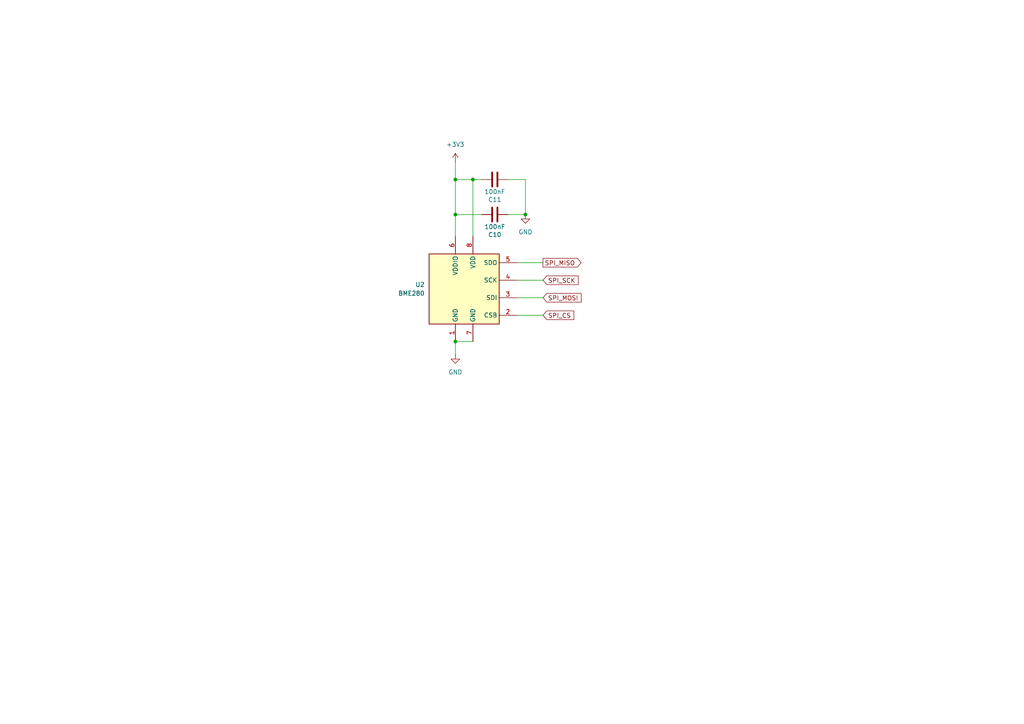
<source format=kicad_sch>
(kicad_sch (version 20231120) (generator "eeschema") (generator_version "8.0")
  (paper "A4")
  (title_block (title "Sensors - Exhaust Fan Portable") (date "2025-12-28") (rev "1.0.0"))
  (lib_symbols
    (symbol "Device:C" (pin_numbers hide) (pin_names (offset 0.254))
      (property "Reference" "C" (at 0.635 2.54 0))
      (property "Value" "C" (at 0.635 -2.54 0))
      (symbol "C_0_1"
        (polyline (pts (xy -2.032 -0.762) (xy 2.032 -0.762)) (stroke (width 0.508)))
        (polyline (pts (xy -2.032 0.762) (xy 2.032 0.762)) (stroke (width 0.508)))
      )
      (symbol "C_1_1"
        (pin passive line (at 0 3.81 270) (length 2.794) (name "~") (number "1"))
        (pin passive line (at 0 -3.81 90) (length 2.794) (name "~") (number "2"))
      )
    )
    (symbol "Sensor:BME280"
      (property "Reference" "U" (at -8.89 11.43 0))
      (property "Value" "BME280" (at 7.62 11.43 0))
      (symbol "BME280_0_1"
        (rectangle (start -10.16 10.16) (end 10.16 -10.16) (stroke (width 0.254)) (fill (type background)))
      )
      (symbol "BME280_1_1"
        (pin power_in line (at -2.54 -15.24 90) (length 5.08) (name "GND") (number "1"))
        (pin input line (at 15.24 -7.62 180) (length 5.08) (name "CSB") (number "2"))
        (pin bidirectional line (at 15.24 -2.54 180) (length 5.08) (name "SDI") (number "3"))
        (pin input line (at 15.24 2.54 180) (length 5.08) (name "SCK") (number "4"))
        (pin bidirectional line (at 15.24 7.62 180) (length 5.08) (name "SDO") (number "5"))
        (pin power_in line (at -2.54 15.24 270) (length 5.08) (name "VDDIO") (number "6"))
        (pin power_in line (at 2.54 -15.24 90) (length 5.08) (name "GND") (number "7"))
        (pin power_in line (at 2.54 15.24 270) (length 5.08) (name "VDD") (number "8"))
      )
    )
    (symbol "power:GND" (power) (pin_numbers hide) (pin_names (offset 0) hide)
      (property "Value" "GND" (at 0 -3.81 0))
      (symbol "GND_0_1"
        (polyline (pts (xy 0 0) (xy 0 -1.27) (xy 1.27 -1.27) (xy 0 -2.54) (xy -1.27 -1.27) (xy 0 -1.27)))
      )
      (symbol "GND_1_1"
        (pin power_in line (at 0 0 270) (length 0) (name "~") (number "1"))
      )
    )
    (symbol "power:VDD" (power) (pin_numbers hide) (pin_names (offset 0) hide)
      (property "Value" "VDD" (at 0 3.556 0))
      (symbol "VDD_0_1"
        (polyline (pts (xy -0.762 1.27) (xy 0 2.54)))
        (polyline (pts (xy 0 0) (xy 0 2.54)))
        (polyline (pts (xy 0 2.54) (xy 0.762 1.27)))
      )
      (symbol "VDD_1_1"
        (pin power_in line (at 0 0 90) (length 0) (name "~") (number "1"))
      )
    )
  )
  (junction (at 132.08 52.07))
  (junction (at 137.16 52.07))
  (junction (at 132.08 62.23))
  (junction (at 132.08 99.06))
  (junction (at 152.4 62.23))
  (wire (pts (xy 147.32 52.07) (xy 152.4 52.07)))
  (wire (pts (xy 149.86 76.2) (xy 157.48 76.2)))
  (wire (pts (xy 149.86 86.36) (xy 157.48 86.36)))
  (wire (pts (xy 132.08 62.23) (xy 139.7 62.23)))
  (wire (pts (xy 132.08 62.23) (xy 132.08 68.58)))
  (wire (pts (xy 149.86 91.44) (xy 157.48 91.44)))
  (wire (pts (xy 137.16 68.58) (xy 137.16 52.07)))
  (wire (pts (xy 132.08 99.06) (xy 132.08 102.87)))
  (wire (pts (xy 137.16 52.07) (xy 132.08 52.07)))
  (wire (pts (xy 147.32 62.23) (xy 152.4 62.23)))
  (wire (pts (xy 132.08 46.99) (xy 132.08 52.07)))
  (wire (pts (xy 132.08 99.06) (xy 137.16 99.06)))
  (wire (pts (xy 132.08 52.07) (xy 132.08 62.23)))
  (wire (pts (xy 152.4 52.07) (xy 152.4 62.23)))
  (wire (pts (xy 149.86 81.28) (xy 157.48 81.28)))
  (wire (pts (xy 137.16 52.07) (xy 139.7 52.07)))
  (global_label "SPI_SCK" (shape input) (at 157.48 81.28 0) (property "Intersheetrefs" "${INTERSHEET_REFS}" (effects (hide yes))))
  (global_label "SPI_MISO" (shape output) (at 157.48 76.2 0) (property "Intersheetrefs" "${INTERSHEET_REFS}" (effects (hide yes))))
  (global_label "SPI_CS" (shape input) (at 157.48 91.44 0) (property "Intersheetrefs" "${INTERSHEET_REFS}" (effects (hide yes))))
  (global_label "SPI_MOSI" (shape input) (at 157.48 86.36 0) (property "Intersheetrefs" "${INTERSHEET_REFS}" (effects (hide yes))))
  (symbol (lib_id "power:VDD") (at 132.08 46.99 0) (unit 1)
    (property "Reference" "#PWR28" (effects (hide yes)))
    (property "Value" "+3V3" (at 132.08 41.91 0))
    (property "Description" "Power symbol creates a global label with name \"VDD\"" (effects (hide yes)))
  )
  (symbol (lib_id "Sensor:BME280") (at 134.62 83.82 0) (unit 1)
    (property "Reference" "U2" (at 123.19 82.5499 0) (effects (justify right)))
    (property "Value" "BME280" (at 123.19 85.0899 0) (effects (justify right)))
    (property "Footprint" "Package_LGA:Bosch_LGA-8_2.5x2.5mm_P0.65mm_ClockwisePinNumbering" (effects (hide yes)))
    (property "Datasheet" "https://www.bosch-sensortec.com/media/boschsensortec/downloads/datasheets/bst-bme280-ds002.pdf" (effects (hide yes)))
    (property "Description" "3-in-1 sensor, humidity, pressure, temperature, I2C and SPI interface, 1.71-3.6V, LGA-8" (effects (hide yes)))
  )
  (symbol (lib_id "Device:C") (at 143.51 52.07 270) (unit 1)
    (property "Reference" "C11" (at 143.51 57.912 90))
    (property "Value" "100nF" (at 143.51 55.626 90))
    (property "Description" "Unpolarized capacitor" (effects (hide yes)))
  )
  (symbol (lib_id "power:GND") (at 152.4 62.23 0) (unit 1)
    (property "Reference" "#PWR29" (effects (hide yes)))
    (property "Value" "GND" (at 152.4 67.31 0))
    (property "Description" "Power symbol creates a global label with name \"GND\" , ground" (effects (hide yes)))
  )
  (symbol (lib_id "power:GND") (at 132.08 102.87 0) (unit 1)
    (property "Reference" "#PWR30" (effects (hide yes)))
    (property "Value" "GND" (at 132.08 107.95 0))
    (property "Description" "Power symbol creates a global label with name \"GND\" , ground" (effects (hide yes)))
  )
  (symbol (lib_id "Device:C") (at 143.51 62.23 270) (unit 1)
    (property "Reference" "C10" (at 143.51 68.072 90))
    (property "Value" "100nF" (at 143.51 65.786 90))
    (property "Description" "Unpolarized capacitor" (effects (hide yes)))
  )
)
</source>
